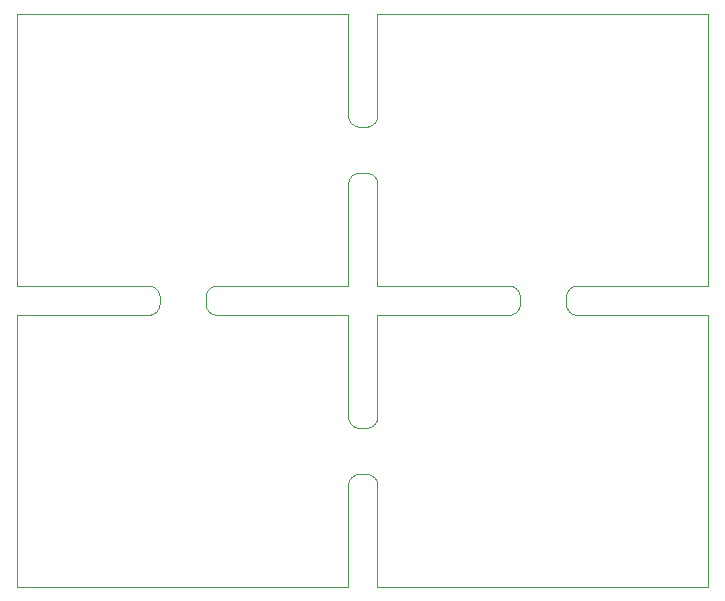
<source format=gko>
%MOIN*%
%OFA0B0*%
%FSLAX44Y44*%
%IPPOS*%
%LPD*%
%ADD10C,0*%
D10*
X00011023Y00005687D02*
X00011023Y00005687D01*
X00011023Y00009055D01*
X00006671Y00009055D01*
X00006640Y00009056D01*
X00006609Y00009059D01*
X00006579Y00009065D01*
X00006549Y00009074D01*
X00006520Y00009085D01*
X00006492Y00009098D01*
X00006465Y00009113D01*
X00006440Y00009130D01*
X00006415Y00009149D01*
X00006393Y00009170D01*
X00006372Y00009193D01*
X00006353Y00009217D01*
X00006335Y00009243D01*
X00006320Y00009270D01*
X00006307Y00009298D01*
X00006297Y00009327D01*
X00006288Y00009356D01*
X00006282Y00009387D01*
X00006279Y00009417D01*
X00006277Y00009448D01*
X00006277Y00009645D01*
X00006279Y00009676D01*
X00006282Y00009707D01*
X00006288Y00009737D01*
X00006297Y00009767D01*
X00006307Y00009796D01*
X00006320Y00009824D01*
X00006335Y00009851D01*
X00006353Y00009877D01*
X00006372Y00009901D01*
X00006393Y00009924D01*
X00006415Y00009945D01*
X00006440Y00009964D01*
X00006465Y00009981D01*
X00006492Y00009996D01*
X00006520Y00010009D01*
X00006549Y00010020D01*
X00006579Y00010028D01*
X00006609Y00010034D01*
X00006640Y00010038D01*
X00006671Y00010039D01*
X00011023Y00010039D01*
X00011023Y00013407D01*
X00011024Y00013438D01*
X00011028Y00013468D01*
X00011034Y00013499D01*
X00011042Y00013528D01*
X00011053Y00013557D01*
X00011066Y00013585D01*
X00011081Y00013612D01*
X00011098Y00013638D01*
X00011117Y00013662D01*
X00011138Y00013685D01*
X00011161Y00013706D01*
X00011185Y00013725D01*
X00011211Y00013742D01*
X00011238Y00013757D01*
X00011266Y00013770D01*
X00011295Y00013781D01*
X00011325Y00013790D01*
X00011355Y00013796D01*
X00011386Y00013799D01*
X00011417Y00013800D01*
X00011614Y00013800D01*
X00011645Y00013799D01*
X00011675Y00013796D01*
X00011706Y00013790D01*
X00011735Y00013781D01*
X00011764Y00013770D01*
X00011792Y00013757D01*
X00011819Y00013742D01*
X00011845Y00013725D01*
X00011869Y00013706D01*
X00011892Y00013685D01*
X00011913Y00013662D01*
X00011932Y00013638D01*
X00011949Y00013612D01*
X00011964Y00013585D01*
X00011977Y00013557D01*
X00011988Y00013528D01*
X00011996Y00013499D01*
X00012003Y00013468D01*
X00012006Y00013438D01*
X00012007Y00013407D01*
X00012007Y00010039D01*
X00016359Y00010039D01*
X00016390Y00010038D01*
X00016421Y00010034D01*
X00016451Y00010028D01*
X00016481Y00010020D01*
X00016510Y00010009D01*
X00016538Y00009996D01*
X00016565Y00009981D01*
X00016591Y00009964D01*
X00016615Y00009945D01*
X00016638Y00009924D01*
X00016659Y00009901D01*
X00016678Y00009877D01*
X00016695Y00009851D01*
X00016710Y00009824D01*
X00016723Y00009796D01*
X00016734Y00009767D01*
X00016742Y00009737D01*
X00016748Y00009707D01*
X00016752Y00009676D01*
X00016753Y00009645D01*
X00016753Y00009448D01*
X00016752Y00009417D01*
X00016748Y00009387D01*
X00016742Y00009356D01*
X00016734Y00009327D01*
X00016723Y00009298D01*
X00016710Y00009270D01*
X00016695Y00009243D01*
X00016678Y00009217D01*
X00016659Y00009193D01*
X00016638Y00009170D01*
X00016615Y00009149D01*
X00016591Y00009130D01*
X00016565Y00009113D01*
X00016538Y00009098D01*
X00016510Y00009085D01*
X00016481Y00009074D01*
X00016451Y00009065D01*
X00016421Y00009059D01*
X00016390Y00009056D01*
X00016359Y00009055D01*
X00012007Y00009055D01*
X00012007Y00005687D01*
X00012006Y00005656D01*
X00012003Y00005625D01*
X00011996Y00005595D01*
X00011988Y00005565D01*
X00011977Y00005536D01*
X00011964Y00005508D01*
X00011949Y00005481D01*
X00011932Y00005455D01*
X00011913Y00005431D01*
X00011892Y00005408D01*
X00011869Y00005387D01*
X00011845Y00005368D01*
X00011819Y00005351D01*
X00011792Y00005336D01*
X00011764Y00005323D01*
X00011735Y00005312D01*
X00011706Y00005304D01*
X00011675Y00005298D01*
X00011645Y00005294D01*
X00011614Y00005293D01*
X00011417Y00005293D01*
X00011386Y00005294D01*
X00011355Y00005298D01*
X00011325Y00005304D01*
X00011295Y00005312D01*
X00011266Y00005323D01*
X00011238Y00005336D01*
X00011211Y00005351D01*
X00011185Y00005368D01*
X00011161Y00005387D01*
X00011138Y00005408D01*
X00011117Y00005431D01*
X00011098Y00005455D01*
X00011081Y00005481D01*
X00011066Y00005508D01*
X00011053Y00005536D01*
X00011042Y00005565D01*
X00011034Y00005595D01*
X00011028Y00005625D01*
X00011024Y00005656D01*
X00011023Y00005687D01*
X00000000Y00009055D02*
X00000000Y00009055D01*
X00000000Y00000000D01*
X00011023Y00000000D01*
X00011023Y00003367D01*
X00011024Y00003398D01*
X00011028Y00003429D01*
X00011034Y00003459D01*
X00011042Y00003489D01*
X00011053Y00003518D01*
X00011066Y00003546D01*
X00011081Y00003573D01*
X00011098Y00003599D01*
X00011117Y00003623D01*
X00011138Y00003646D01*
X00011161Y00003667D01*
X00011185Y00003686D01*
X00011211Y00003703D01*
X00011238Y00003718D01*
X00011266Y00003731D01*
X00011295Y00003742D01*
X00011325Y00003750D01*
X00011355Y00003756D01*
X00011386Y00003760D01*
X00011417Y00003761D01*
X00011614Y00003761D01*
X00011645Y00003760D01*
X00011675Y00003756D01*
X00011706Y00003750D01*
X00011735Y00003742D01*
X00011764Y00003731D01*
X00011792Y00003718D01*
X00011819Y00003703D01*
X00011845Y00003686D01*
X00011869Y00003667D01*
X00011892Y00003646D01*
X00011913Y00003623D01*
X00011932Y00003599D01*
X00011949Y00003573D01*
X00011964Y00003546D01*
X00011977Y00003518D01*
X00011988Y00003489D01*
X00011996Y00003459D01*
X00012003Y00003429D01*
X00012006Y00003398D01*
X00012007Y00003367D01*
X00012007Y00000000D01*
X00023031Y00000000D01*
X00023031Y00009055D01*
X00018679Y00009055D01*
X00018648Y00009056D01*
X00018617Y00009059D01*
X00018587Y00009065D01*
X00018557Y00009074D01*
X00018528Y00009085D01*
X00018500Y00009098D01*
X00018473Y00009113D01*
X00018448Y00009130D01*
X00018423Y00009149D01*
X00018401Y00009170D01*
X00018380Y00009193D01*
X00018360Y00009217D01*
X00018343Y00009243D01*
X00018328Y00009270D01*
X00018315Y00009298D01*
X00018305Y00009327D01*
X00018296Y00009356D01*
X00018290Y00009387D01*
X00018286Y00009417D01*
X00018285Y00009448D01*
X00018285Y00009645D01*
X00018286Y00009676D01*
X00018290Y00009707D01*
X00018296Y00009737D01*
X00018305Y00009767D01*
X00018315Y00009796D01*
X00018328Y00009824D01*
X00018343Y00009851D01*
X00018360Y00009877D01*
X00018380Y00009901D01*
X00018401Y00009924D01*
X00018423Y00009945D01*
X00018448Y00009964D01*
X00018473Y00009981D01*
X00018500Y00009996D01*
X00018528Y00010009D01*
X00018557Y00010020D01*
X00018587Y00010028D01*
X00018617Y00010034D01*
X00018648Y00010038D01*
X00018679Y00010039D01*
X00023031Y00010039D01*
X00023031Y00019094D01*
X00012007Y00019094D01*
X00012007Y00015726D01*
X00012006Y00015695D01*
X00012003Y00015665D01*
X00011996Y00015634D01*
X00011988Y00015605D01*
X00011977Y00015576D01*
X00011964Y00015547D01*
X00011949Y00015520D01*
X00011932Y00015495D01*
X00011913Y00015470D01*
X00011892Y00015448D01*
X00011869Y00015427D01*
X00011845Y00015408D01*
X00011819Y00015390D01*
X00011792Y00015375D01*
X00011764Y00015362D01*
X00011735Y00015352D01*
X00011706Y00015343D01*
X00011675Y00015337D01*
X00011645Y00015334D01*
X00011614Y00015332D01*
X00011417Y00015332D01*
X00011386Y00015334D01*
X00011355Y00015337D01*
X00011325Y00015343D01*
X00011295Y00015352D01*
X00011266Y00015362D01*
X00011238Y00015375D01*
X00011211Y00015390D01*
X00011185Y00015408D01*
X00011161Y00015427D01*
X00011138Y00015448D01*
X00011117Y00015470D01*
X00011098Y00015495D01*
X00011081Y00015520D01*
X00011066Y00015547D01*
X00011053Y00015576D01*
X00011042Y00015605D01*
X00011034Y00015634D01*
X00011028Y00015665D01*
X00011024Y00015695D01*
X00011023Y00015726D01*
X00011023Y00019094D01*
X00000000Y00019094D01*
X00000000Y00010039D01*
X00004352Y00010039D01*
X00004382Y00010038D01*
X00004413Y00010034D01*
X00004443Y00010028D01*
X00004473Y00010020D01*
X00004502Y00010009D01*
X00004530Y00009996D01*
X00004557Y00009981D01*
X00004583Y00009964D01*
X00004607Y00009945D01*
X00004630Y00009924D01*
X00004651Y00009901D01*
X00004670Y00009877D01*
X00004687Y00009851D01*
X00004702Y00009824D01*
X00004715Y00009796D01*
X00004726Y00009767D01*
X00004734Y00009737D01*
X00004740Y00009707D01*
X00004744Y00009676D01*
X00004745Y00009645D01*
X00004745Y00009448D01*
X00004744Y00009417D01*
X00004740Y00009387D01*
X00004734Y00009356D01*
X00004726Y00009327D01*
X00004715Y00009298D01*
X00004702Y00009270D01*
X00004687Y00009243D01*
X00004670Y00009217D01*
X00004651Y00009193D01*
X00004630Y00009170D01*
X00004607Y00009149D01*
X00004583Y00009130D01*
X00004557Y00009113D01*
X00004530Y00009098D01*
X00004502Y00009085D01*
X00004473Y00009074D01*
X00004443Y00009065D01*
X00004413Y00009059D01*
X00004382Y00009056D01*
X00004352Y00009055D01*
X00000000Y00009055D01*
M02*
</source>
